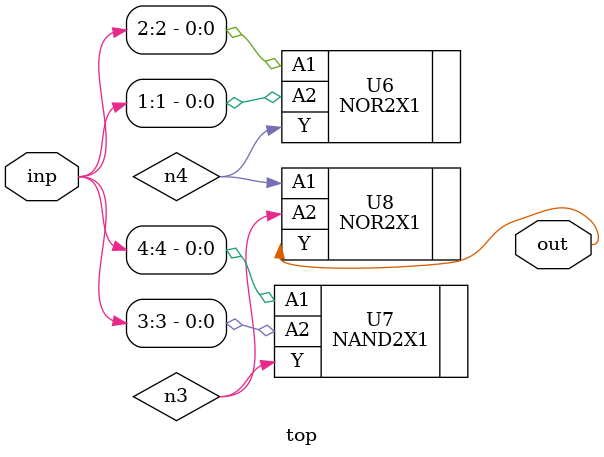
<source format=sv>


module top ( inp, out );
  input [4:0] inp;
  output out;
  wire   n3, n4;

  NOR2X1 U6 ( .A1(inp[2]), .A2(inp[1]), .Y(n4) );
  NAND2X1 U7 ( .A1(inp[4]), .A2(inp[3]), .Y(n3) );
  NOR2X1 U8 ( .A1(n4), .A2(n3), .Y(out) );
endmodule


</source>
